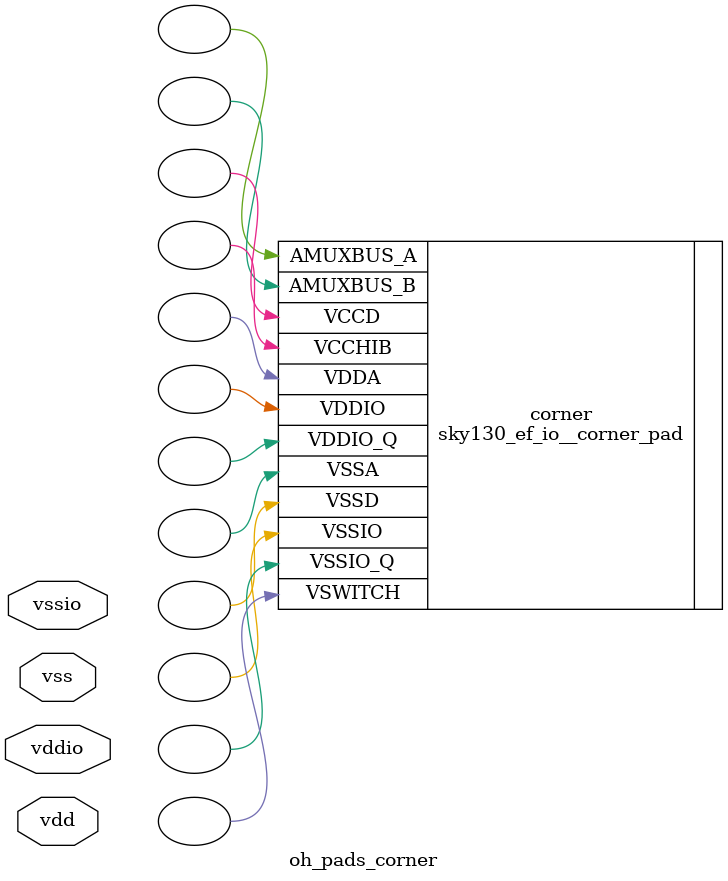
<source format=v>

module oh_pads_corner
  (//feed through signals
   inout 	       vddio, // io supply
   inout 	       vssio, // io ground
   inout 	       vdd, // core supply
   inout 	       vss // common ground
   );

  (* keep *)
  sky130_ef_io__corner_pad corner (
    .VDDIO(),
    .VDDIO_Q(),
    .VDDA(),
    .VCCD(),
    .VSWITCH(),
    .VCCHIB(),
    .VSSA(),
    .VSSD(),
    .VSSIO_Q(),
    .VSSIO(),

    .AMUXBUS_A(),
    .AMUXBUS_B()
  );

endmodule // oh_pads_corner


</source>
